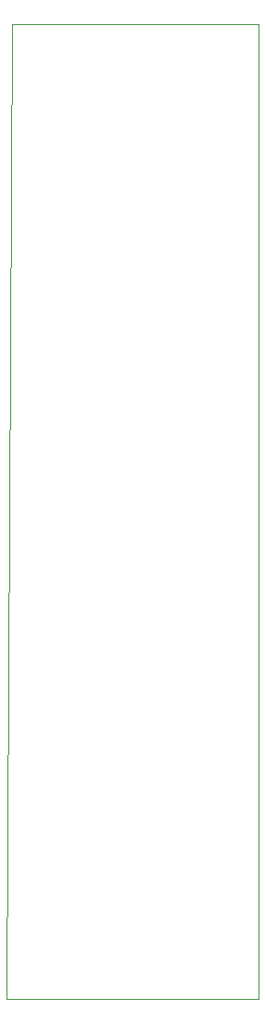
<source format=gbr>
%TF.GenerationSoftware,KiCad,Pcbnew,8.0.8*%
%TF.CreationDate,2025-02-09T21:15:24+00:00*%
%TF.ProjectId,MacroPadPCB,4d616372-6f50-4616-9450-43422e6b6963,rev?*%
%TF.SameCoordinates,Original*%
%TF.FileFunction,Profile,NP*%
%FSLAX46Y46*%
G04 Gerber Fmt 4.6, Leading zero omitted, Abs format (unit mm)*
G04 Created by KiCad (PCBNEW 8.0.8) date 2025-02-09 21:15:24*
%MOMM*%
%LPD*%
G01*
G04 APERTURE LIST*
%TA.AperFunction,Profile*%
%ADD10C,0.050000*%
%TD*%
G04 APERTURE END LIST*
D10*
X141500000Y-47500000D02*
X141500000Y-136500000D01*
X141500000Y-136500000D02*
X118500000Y-136500000D01*
X119000000Y-47500000D02*
X141500000Y-47500000D01*
X118500000Y-136500000D02*
X119000000Y-47500000D01*
M02*

</source>
